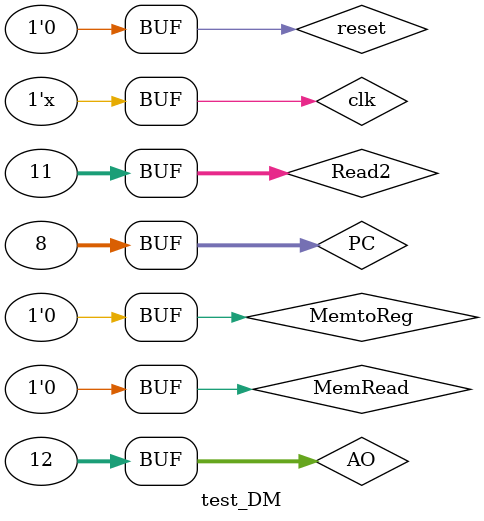
<source format=v>
`timescale 1ns / 1ps


module test_DM;

	// Inputs
	reg [31:0] AO;
	reg [31:0] Read2;
	reg MemRead;
	reg reset;
	reg clk;
	reg MemtoReg;
	reg [31:0]PC;

	// Outputs
	wire [31:0] MemOutput;

	// Instantiate the Unit Under Test (UUT)
	DM uut (
		.AO(AO), 
		.Read2(Read2), 
		.MemRead(MemRead), 
		.reset(reset), 
		.clk(clk), 
		.MemtoReg(MemtoReg), 
		.PC(PC), 
		.MemOutput(MemOutput)
	);
	always #1 clk = ~clk;
	initial begin
		// Initialize Inputs
		AO = 0;
		Read2 = 0;
		MemRead = 0;
		reset = 1;
		clk = 0;
		MemtoReg = 0;
		PC = 8;

		// Wait 100 ns for global reset to finish
		#100;
      AO = 12;
		Read2 = 56;
		MemRead = 0;
		reset = 0;
		MemtoReg = 0;
		PC = 4;  
		#2
		AO = 48;
		Read2 = 56;
		MemRead = 1;
		reset = 0;
		MemtoReg = 0;
		PC = 4; 
		#2
		AO = 12;
		Read2 = 11;
		MemRead = 1;
		reset = 0;
		MemtoReg = 0;
		PC = 8; 
		#2 
		MemRead = 0;
			// Add stimulus here


	end
      
endmodule


</source>
